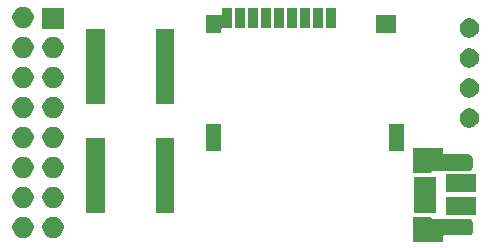
<source format=gbr>
G04 #@! TF.GenerationSoftware,KiCad,Pcbnew,5.1.5+dfsg1-2build2*
G04 #@! TF.CreationDate,2021-07-26T09:56:11+01:00*
G04 #@! TF.ProjectId,picopak,7069636f-7061-46b2-9e6b-696361645f70,rev?*
G04 #@! TF.SameCoordinates,Original*
G04 #@! TF.FileFunction,Soldermask,Top*
G04 #@! TF.FilePolarity,Negative*
%FSLAX46Y46*%
G04 Gerber Fmt 4.6, Leading zero omitted, Abs format (unit mm)*
G04 Created by KiCad (PCBNEW 5.1.5+dfsg1-2build2) date 2021-07-26 09:56:11*
%MOMM*%
%LPD*%
G04 APERTURE LIST*
%ADD10C,0.100000*%
G04 APERTURE END LIST*
D10*
G36*
X205101000Y-87549001D02*
G01*
X205103402Y-87573387D01*
X205110515Y-87596836D01*
X205122066Y-87618447D01*
X205137611Y-87637389D01*
X205156553Y-87652934D01*
X205178164Y-87664485D01*
X205201613Y-87671598D01*
X205225999Y-87674000D01*
X208230868Y-87674000D01*
X208307899Y-87681587D01*
X208376071Y-87702266D01*
X208438896Y-87735847D01*
X208493962Y-87781038D01*
X208539153Y-87836104D01*
X208572734Y-87898929D01*
X208593413Y-87967101D01*
X208601000Y-88044132D01*
X208601000Y-88705868D01*
X208593413Y-88782899D01*
X208572734Y-88851071D01*
X208539153Y-88913896D01*
X208493962Y-88968962D01*
X208438896Y-89014153D01*
X208376071Y-89047734D01*
X208307899Y-89068413D01*
X208230868Y-89076000D01*
X206175999Y-89076000D01*
X206151613Y-89078402D01*
X206128164Y-89085515D01*
X206106553Y-89097066D01*
X206087611Y-89112611D01*
X206072066Y-89131553D01*
X206060515Y-89153164D01*
X206053402Y-89176613D01*
X206051000Y-89200999D01*
X206051000Y-89601000D01*
X203539000Y-89601000D01*
X203539000Y-87499000D01*
X205101000Y-87499000D01*
X205101000Y-87549001D01*
G37*
G36*
X173163512Y-87503927D02*
G01*
X173312812Y-87533624D01*
X173476784Y-87601544D01*
X173624354Y-87700147D01*
X173749853Y-87825646D01*
X173848456Y-87973216D01*
X173916376Y-88137188D01*
X173951000Y-88311259D01*
X173951000Y-88488741D01*
X173916376Y-88662812D01*
X173848456Y-88826784D01*
X173749853Y-88974354D01*
X173624354Y-89099853D01*
X173476784Y-89198456D01*
X173312812Y-89266376D01*
X173163512Y-89296073D01*
X173138742Y-89301000D01*
X172961258Y-89301000D01*
X172936488Y-89296073D01*
X172787188Y-89266376D01*
X172623216Y-89198456D01*
X172475646Y-89099853D01*
X172350147Y-88974354D01*
X172251544Y-88826784D01*
X172183624Y-88662812D01*
X172149000Y-88488741D01*
X172149000Y-88311259D01*
X172183624Y-88137188D01*
X172251544Y-87973216D01*
X172350147Y-87825646D01*
X172475646Y-87700147D01*
X172623216Y-87601544D01*
X172787188Y-87533624D01*
X172936488Y-87503927D01*
X172961258Y-87499000D01*
X173138742Y-87499000D01*
X173163512Y-87503927D01*
G37*
G36*
X170623512Y-87503927D02*
G01*
X170772812Y-87533624D01*
X170936784Y-87601544D01*
X171084354Y-87700147D01*
X171209853Y-87825646D01*
X171308456Y-87973216D01*
X171376376Y-88137188D01*
X171411000Y-88311259D01*
X171411000Y-88488741D01*
X171376376Y-88662812D01*
X171308456Y-88826784D01*
X171209853Y-88974354D01*
X171084354Y-89099853D01*
X170936784Y-89198456D01*
X170772812Y-89266376D01*
X170623512Y-89296073D01*
X170598742Y-89301000D01*
X170421258Y-89301000D01*
X170396488Y-89296073D01*
X170247188Y-89266376D01*
X170083216Y-89198456D01*
X169935646Y-89099853D01*
X169810147Y-88974354D01*
X169711544Y-88826784D01*
X169643624Y-88662812D01*
X169609000Y-88488741D01*
X169609000Y-88311259D01*
X169643624Y-88137188D01*
X169711544Y-87973216D01*
X169810147Y-87825646D01*
X169935646Y-87700147D01*
X170083216Y-87601544D01*
X170247188Y-87533624D01*
X170396488Y-87503927D01*
X170421258Y-87499000D01*
X170598742Y-87499000D01*
X170623512Y-87503927D01*
G37*
G36*
X208901000Y-87376000D02*
G01*
X206299000Y-87376000D01*
X206299000Y-85849000D01*
X208901000Y-85849000D01*
X208901000Y-87376000D01*
G37*
G36*
X177426000Y-87201000D02*
G01*
X175874000Y-87201000D01*
X175874000Y-80799000D01*
X177426000Y-80799000D01*
X177426000Y-87201000D01*
G37*
G36*
X183326000Y-87201000D02*
G01*
X181774000Y-87201000D01*
X181774000Y-80799000D01*
X183326000Y-80799000D01*
X183326000Y-87201000D01*
G37*
G36*
X205451000Y-87201000D02*
G01*
X203599000Y-87201000D01*
X203599000Y-84099000D01*
X205451000Y-84099000D01*
X205451000Y-87201000D01*
G37*
G36*
X173163512Y-84963927D02*
G01*
X173312812Y-84993624D01*
X173476784Y-85061544D01*
X173624354Y-85160147D01*
X173749853Y-85285646D01*
X173848456Y-85433216D01*
X173916376Y-85597188D01*
X173951000Y-85771259D01*
X173951000Y-85948741D01*
X173916376Y-86122812D01*
X173848456Y-86286784D01*
X173749853Y-86434354D01*
X173624354Y-86559853D01*
X173476784Y-86658456D01*
X173312812Y-86726376D01*
X173163512Y-86756073D01*
X173138742Y-86761000D01*
X172961258Y-86761000D01*
X172936488Y-86756073D01*
X172787188Y-86726376D01*
X172623216Y-86658456D01*
X172475646Y-86559853D01*
X172350147Y-86434354D01*
X172251544Y-86286784D01*
X172183624Y-86122812D01*
X172149000Y-85948741D01*
X172149000Y-85771259D01*
X172183624Y-85597188D01*
X172251544Y-85433216D01*
X172350147Y-85285646D01*
X172475646Y-85160147D01*
X172623216Y-85061544D01*
X172787188Y-84993624D01*
X172936488Y-84963927D01*
X172961258Y-84959000D01*
X173138742Y-84959000D01*
X173163512Y-84963927D01*
G37*
G36*
X170623512Y-84963927D02*
G01*
X170772812Y-84993624D01*
X170936784Y-85061544D01*
X171084354Y-85160147D01*
X171209853Y-85285646D01*
X171308456Y-85433216D01*
X171376376Y-85597188D01*
X171411000Y-85771259D01*
X171411000Y-85948741D01*
X171376376Y-86122812D01*
X171308456Y-86286784D01*
X171209853Y-86434354D01*
X171084354Y-86559853D01*
X170936784Y-86658456D01*
X170772812Y-86726376D01*
X170623512Y-86756073D01*
X170598742Y-86761000D01*
X170421258Y-86761000D01*
X170396488Y-86756073D01*
X170247188Y-86726376D01*
X170083216Y-86658456D01*
X169935646Y-86559853D01*
X169810147Y-86434354D01*
X169711544Y-86286784D01*
X169643624Y-86122812D01*
X169609000Y-85948741D01*
X169609000Y-85771259D01*
X169643624Y-85597188D01*
X169711544Y-85433216D01*
X169810147Y-85285646D01*
X169935646Y-85160147D01*
X170083216Y-85061544D01*
X170247188Y-84993624D01*
X170396488Y-84963927D01*
X170421258Y-84959000D01*
X170598742Y-84959000D01*
X170623512Y-84963927D01*
G37*
G36*
X208901000Y-85451000D02*
G01*
X206299000Y-85451000D01*
X206299000Y-83924000D01*
X208901000Y-83924000D01*
X208901000Y-85451000D01*
G37*
G36*
X170623512Y-82423927D02*
G01*
X170772812Y-82453624D01*
X170936784Y-82521544D01*
X171084354Y-82620147D01*
X171209853Y-82745646D01*
X171308456Y-82893216D01*
X171376376Y-83057188D01*
X171411000Y-83231259D01*
X171411000Y-83408741D01*
X171376376Y-83582812D01*
X171308456Y-83746784D01*
X171209853Y-83894354D01*
X171084354Y-84019853D01*
X170936784Y-84118456D01*
X170772812Y-84186376D01*
X170623512Y-84216073D01*
X170598742Y-84221000D01*
X170421258Y-84221000D01*
X170396488Y-84216073D01*
X170247188Y-84186376D01*
X170083216Y-84118456D01*
X169935646Y-84019853D01*
X169810147Y-83894354D01*
X169711544Y-83746784D01*
X169643624Y-83582812D01*
X169609000Y-83408741D01*
X169609000Y-83231259D01*
X169643624Y-83057188D01*
X169711544Y-82893216D01*
X169810147Y-82745646D01*
X169935646Y-82620147D01*
X170083216Y-82521544D01*
X170247188Y-82453624D01*
X170396488Y-82423927D01*
X170421258Y-82419000D01*
X170598742Y-82419000D01*
X170623512Y-82423927D01*
G37*
G36*
X173163512Y-82423927D02*
G01*
X173312812Y-82453624D01*
X173476784Y-82521544D01*
X173624354Y-82620147D01*
X173749853Y-82745646D01*
X173848456Y-82893216D01*
X173916376Y-83057188D01*
X173951000Y-83231259D01*
X173951000Y-83408741D01*
X173916376Y-83582812D01*
X173848456Y-83746784D01*
X173749853Y-83894354D01*
X173624354Y-84019853D01*
X173476784Y-84118456D01*
X173312812Y-84186376D01*
X173163512Y-84216073D01*
X173138742Y-84221000D01*
X172961258Y-84221000D01*
X172936488Y-84216073D01*
X172787188Y-84186376D01*
X172623216Y-84118456D01*
X172475646Y-84019853D01*
X172350147Y-83894354D01*
X172251544Y-83746784D01*
X172183624Y-83582812D01*
X172149000Y-83408741D01*
X172149000Y-83231259D01*
X172183624Y-83057188D01*
X172251544Y-82893216D01*
X172350147Y-82745646D01*
X172475646Y-82620147D01*
X172623216Y-82521544D01*
X172787188Y-82453624D01*
X172936488Y-82423927D01*
X172961258Y-82419000D01*
X173138742Y-82419000D01*
X173163512Y-82423927D01*
G37*
G36*
X206051000Y-82099001D02*
G01*
X206053402Y-82123387D01*
X206060515Y-82146836D01*
X206072066Y-82168447D01*
X206087611Y-82187389D01*
X206106553Y-82202934D01*
X206128164Y-82214485D01*
X206151613Y-82221598D01*
X206175999Y-82224000D01*
X208230868Y-82224000D01*
X208307899Y-82231587D01*
X208376071Y-82252266D01*
X208438896Y-82285847D01*
X208493962Y-82331038D01*
X208539153Y-82386104D01*
X208572734Y-82448929D01*
X208593413Y-82517101D01*
X208601000Y-82594132D01*
X208601000Y-83255868D01*
X208593413Y-83332899D01*
X208572734Y-83401071D01*
X208539153Y-83463896D01*
X208493962Y-83518962D01*
X208438896Y-83564153D01*
X208376071Y-83597734D01*
X208307899Y-83618413D01*
X208230868Y-83626000D01*
X205225999Y-83626000D01*
X205201613Y-83628402D01*
X205178164Y-83635515D01*
X205156553Y-83647066D01*
X205137611Y-83662611D01*
X205122066Y-83681553D01*
X205110515Y-83703164D01*
X205103402Y-83726613D01*
X205101000Y-83750999D01*
X205101000Y-83801000D01*
X203539000Y-83801000D01*
X203539000Y-81699000D01*
X206051000Y-81699000D01*
X206051000Y-82099001D01*
G37*
G36*
X187301000Y-81951000D02*
G01*
X185999000Y-81951000D01*
X185999000Y-79649000D01*
X187301000Y-79649000D01*
X187301000Y-81951000D01*
G37*
G36*
X202801000Y-81951000D02*
G01*
X201499000Y-81951000D01*
X201499000Y-79649000D01*
X202801000Y-79649000D01*
X202801000Y-81951000D01*
G37*
G36*
X173163512Y-79883927D02*
G01*
X173312812Y-79913624D01*
X173476784Y-79981544D01*
X173624354Y-80080147D01*
X173749853Y-80205646D01*
X173848456Y-80353216D01*
X173916376Y-80517188D01*
X173951000Y-80691259D01*
X173951000Y-80868741D01*
X173916376Y-81042812D01*
X173848456Y-81206784D01*
X173749853Y-81354354D01*
X173624354Y-81479853D01*
X173476784Y-81578456D01*
X173312812Y-81646376D01*
X173163512Y-81676073D01*
X173138742Y-81681000D01*
X172961258Y-81681000D01*
X172936488Y-81676073D01*
X172787188Y-81646376D01*
X172623216Y-81578456D01*
X172475646Y-81479853D01*
X172350147Y-81354354D01*
X172251544Y-81206784D01*
X172183624Y-81042812D01*
X172149000Y-80868741D01*
X172149000Y-80691259D01*
X172183624Y-80517188D01*
X172251544Y-80353216D01*
X172350147Y-80205646D01*
X172475646Y-80080147D01*
X172623216Y-79981544D01*
X172787188Y-79913624D01*
X172936488Y-79883927D01*
X172961258Y-79879000D01*
X173138742Y-79879000D01*
X173163512Y-79883927D01*
G37*
G36*
X170623512Y-79883927D02*
G01*
X170772812Y-79913624D01*
X170936784Y-79981544D01*
X171084354Y-80080147D01*
X171209853Y-80205646D01*
X171308456Y-80353216D01*
X171376376Y-80517188D01*
X171411000Y-80691259D01*
X171411000Y-80868741D01*
X171376376Y-81042812D01*
X171308456Y-81206784D01*
X171209853Y-81354354D01*
X171084354Y-81479853D01*
X170936784Y-81578456D01*
X170772812Y-81646376D01*
X170623512Y-81676073D01*
X170598742Y-81681000D01*
X170421258Y-81681000D01*
X170396488Y-81676073D01*
X170247188Y-81646376D01*
X170083216Y-81578456D01*
X169935646Y-81479853D01*
X169810147Y-81354354D01*
X169711544Y-81206784D01*
X169643624Y-81042812D01*
X169609000Y-80868741D01*
X169609000Y-80691259D01*
X169643624Y-80517188D01*
X169711544Y-80353216D01*
X169810147Y-80205646D01*
X169935646Y-80080147D01*
X170083216Y-79981544D01*
X170247188Y-79913624D01*
X170396488Y-79883927D01*
X170421258Y-79879000D01*
X170598742Y-79879000D01*
X170623512Y-79883927D01*
G37*
G36*
X208537142Y-78363242D02*
G01*
X208685101Y-78424529D01*
X208818255Y-78513499D01*
X208931501Y-78626745D01*
X209020471Y-78759899D01*
X209081758Y-78907858D01*
X209113000Y-79064925D01*
X209113000Y-79225075D01*
X209081758Y-79382142D01*
X209020471Y-79530101D01*
X208931501Y-79663255D01*
X208818255Y-79776501D01*
X208685101Y-79865471D01*
X208537142Y-79926758D01*
X208380075Y-79958000D01*
X208219925Y-79958000D01*
X208062858Y-79926758D01*
X207914899Y-79865471D01*
X207781745Y-79776501D01*
X207668499Y-79663255D01*
X207579529Y-79530101D01*
X207518242Y-79382142D01*
X207487000Y-79225075D01*
X207487000Y-79064925D01*
X207518242Y-78907858D01*
X207579529Y-78759899D01*
X207668499Y-78626745D01*
X207781745Y-78513499D01*
X207914899Y-78424529D01*
X208062858Y-78363242D01*
X208219925Y-78332000D01*
X208380075Y-78332000D01*
X208537142Y-78363242D01*
G37*
G36*
X173163512Y-77343927D02*
G01*
X173312812Y-77373624D01*
X173476784Y-77441544D01*
X173624354Y-77540147D01*
X173749853Y-77665646D01*
X173848456Y-77813216D01*
X173916376Y-77977188D01*
X173951000Y-78151259D01*
X173951000Y-78328741D01*
X173916376Y-78502812D01*
X173848456Y-78666784D01*
X173749853Y-78814354D01*
X173624354Y-78939853D01*
X173476784Y-79038456D01*
X173312812Y-79106376D01*
X173163512Y-79136073D01*
X173138742Y-79141000D01*
X172961258Y-79141000D01*
X172936488Y-79136073D01*
X172787188Y-79106376D01*
X172623216Y-79038456D01*
X172475646Y-78939853D01*
X172350147Y-78814354D01*
X172251544Y-78666784D01*
X172183624Y-78502812D01*
X172149000Y-78328741D01*
X172149000Y-78151259D01*
X172183624Y-77977188D01*
X172251544Y-77813216D01*
X172350147Y-77665646D01*
X172475646Y-77540147D01*
X172623216Y-77441544D01*
X172787188Y-77373624D01*
X172936488Y-77343927D01*
X172961258Y-77339000D01*
X173138742Y-77339000D01*
X173163512Y-77343927D01*
G37*
G36*
X170623512Y-77343927D02*
G01*
X170772812Y-77373624D01*
X170936784Y-77441544D01*
X171084354Y-77540147D01*
X171209853Y-77665646D01*
X171308456Y-77813216D01*
X171376376Y-77977188D01*
X171411000Y-78151259D01*
X171411000Y-78328741D01*
X171376376Y-78502812D01*
X171308456Y-78666784D01*
X171209853Y-78814354D01*
X171084354Y-78939853D01*
X170936784Y-79038456D01*
X170772812Y-79106376D01*
X170623512Y-79136073D01*
X170598742Y-79141000D01*
X170421258Y-79141000D01*
X170396488Y-79136073D01*
X170247188Y-79106376D01*
X170083216Y-79038456D01*
X169935646Y-78939853D01*
X169810147Y-78814354D01*
X169711544Y-78666784D01*
X169643624Y-78502812D01*
X169609000Y-78328741D01*
X169609000Y-78151259D01*
X169643624Y-77977188D01*
X169711544Y-77813216D01*
X169810147Y-77665646D01*
X169935646Y-77540147D01*
X170083216Y-77441544D01*
X170247188Y-77373624D01*
X170396488Y-77343927D01*
X170421258Y-77339000D01*
X170598742Y-77339000D01*
X170623512Y-77343927D01*
G37*
G36*
X183326000Y-78001000D02*
G01*
X181774000Y-78001000D01*
X181774000Y-71599000D01*
X183326000Y-71599000D01*
X183326000Y-78001000D01*
G37*
G36*
X177426000Y-78001000D02*
G01*
X175874000Y-78001000D01*
X175874000Y-71599000D01*
X177426000Y-71599000D01*
X177426000Y-78001000D01*
G37*
G36*
X208537142Y-75823242D02*
G01*
X208685101Y-75884529D01*
X208818255Y-75973499D01*
X208931501Y-76086745D01*
X209020471Y-76219899D01*
X209081758Y-76367858D01*
X209113000Y-76524925D01*
X209113000Y-76685075D01*
X209081758Y-76842142D01*
X209020471Y-76990101D01*
X208931501Y-77123255D01*
X208818255Y-77236501D01*
X208685101Y-77325471D01*
X208537142Y-77386758D01*
X208380075Y-77418000D01*
X208219925Y-77418000D01*
X208062858Y-77386758D01*
X207914899Y-77325471D01*
X207781745Y-77236501D01*
X207668499Y-77123255D01*
X207579529Y-76990101D01*
X207518242Y-76842142D01*
X207487000Y-76685075D01*
X207487000Y-76524925D01*
X207518242Y-76367858D01*
X207579529Y-76219899D01*
X207668499Y-76086745D01*
X207781745Y-75973499D01*
X207914899Y-75884529D01*
X208062858Y-75823242D01*
X208219925Y-75792000D01*
X208380075Y-75792000D01*
X208537142Y-75823242D01*
G37*
G36*
X173163512Y-74803927D02*
G01*
X173312812Y-74833624D01*
X173476784Y-74901544D01*
X173624354Y-75000147D01*
X173749853Y-75125646D01*
X173848456Y-75273216D01*
X173916376Y-75437188D01*
X173951000Y-75611259D01*
X173951000Y-75788741D01*
X173916376Y-75962812D01*
X173848456Y-76126784D01*
X173749853Y-76274354D01*
X173624354Y-76399853D01*
X173476784Y-76498456D01*
X173312812Y-76566376D01*
X173163512Y-76596073D01*
X173138742Y-76601000D01*
X172961258Y-76601000D01*
X172936488Y-76596073D01*
X172787188Y-76566376D01*
X172623216Y-76498456D01*
X172475646Y-76399853D01*
X172350147Y-76274354D01*
X172251544Y-76126784D01*
X172183624Y-75962812D01*
X172149000Y-75788741D01*
X172149000Y-75611259D01*
X172183624Y-75437188D01*
X172251544Y-75273216D01*
X172350147Y-75125646D01*
X172475646Y-75000147D01*
X172623216Y-74901544D01*
X172787188Y-74833624D01*
X172936488Y-74803927D01*
X172961258Y-74799000D01*
X173138742Y-74799000D01*
X173163512Y-74803927D01*
G37*
G36*
X170623512Y-74803927D02*
G01*
X170772812Y-74833624D01*
X170936784Y-74901544D01*
X171084354Y-75000147D01*
X171209853Y-75125646D01*
X171308456Y-75273216D01*
X171376376Y-75437188D01*
X171411000Y-75611259D01*
X171411000Y-75788741D01*
X171376376Y-75962812D01*
X171308456Y-76126784D01*
X171209853Y-76274354D01*
X171084354Y-76399853D01*
X170936784Y-76498456D01*
X170772812Y-76566376D01*
X170623512Y-76596073D01*
X170598742Y-76601000D01*
X170421258Y-76601000D01*
X170396488Y-76596073D01*
X170247188Y-76566376D01*
X170083216Y-76498456D01*
X169935646Y-76399853D01*
X169810147Y-76274354D01*
X169711544Y-76126784D01*
X169643624Y-75962812D01*
X169609000Y-75788741D01*
X169609000Y-75611259D01*
X169643624Y-75437188D01*
X169711544Y-75273216D01*
X169810147Y-75125646D01*
X169935646Y-75000147D01*
X170083216Y-74901544D01*
X170247188Y-74833624D01*
X170396488Y-74803927D01*
X170421258Y-74799000D01*
X170598742Y-74799000D01*
X170623512Y-74803927D01*
G37*
G36*
X208537142Y-73283242D02*
G01*
X208685101Y-73344529D01*
X208818255Y-73433499D01*
X208931501Y-73546745D01*
X209020471Y-73679899D01*
X209081758Y-73827858D01*
X209113000Y-73984925D01*
X209113000Y-74145075D01*
X209081758Y-74302142D01*
X209020471Y-74450101D01*
X208931501Y-74583255D01*
X208818255Y-74696501D01*
X208685101Y-74785471D01*
X208537142Y-74846758D01*
X208380075Y-74878000D01*
X208219925Y-74878000D01*
X208062858Y-74846758D01*
X207914899Y-74785471D01*
X207781745Y-74696501D01*
X207668499Y-74583255D01*
X207579529Y-74450101D01*
X207518242Y-74302142D01*
X207487000Y-74145075D01*
X207487000Y-73984925D01*
X207518242Y-73827858D01*
X207579529Y-73679899D01*
X207668499Y-73546745D01*
X207781745Y-73433499D01*
X207914899Y-73344529D01*
X208062858Y-73283242D01*
X208219925Y-73252000D01*
X208380075Y-73252000D01*
X208537142Y-73283242D01*
G37*
G36*
X173163512Y-72263927D02*
G01*
X173312812Y-72293624D01*
X173476784Y-72361544D01*
X173624354Y-72460147D01*
X173749853Y-72585646D01*
X173848456Y-72733216D01*
X173916376Y-72897188D01*
X173951000Y-73071259D01*
X173951000Y-73248741D01*
X173916376Y-73422812D01*
X173848456Y-73586784D01*
X173749853Y-73734354D01*
X173624354Y-73859853D01*
X173476784Y-73958456D01*
X173312812Y-74026376D01*
X173163512Y-74056073D01*
X173138742Y-74061000D01*
X172961258Y-74061000D01*
X172936488Y-74056073D01*
X172787188Y-74026376D01*
X172623216Y-73958456D01*
X172475646Y-73859853D01*
X172350147Y-73734354D01*
X172251544Y-73586784D01*
X172183624Y-73422812D01*
X172149000Y-73248741D01*
X172149000Y-73071259D01*
X172183624Y-72897188D01*
X172251544Y-72733216D01*
X172350147Y-72585646D01*
X172475646Y-72460147D01*
X172623216Y-72361544D01*
X172787188Y-72293624D01*
X172936488Y-72263927D01*
X172961258Y-72259000D01*
X173138742Y-72259000D01*
X173163512Y-72263927D01*
G37*
G36*
X170623512Y-72263927D02*
G01*
X170772812Y-72293624D01*
X170936784Y-72361544D01*
X171084354Y-72460147D01*
X171209853Y-72585646D01*
X171308456Y-72733216D01*
X171376376Y-72897188D01*
X171411000Y-73071259D01*
X171411000Y-73248741D01*
X171376376Y-73422812D01*
X171308456Y-73586784D01*
X171209853Y-73734354D01*
X171084354Y-73859853D01*
X170936784Y-73958456D01*
X170772812Y-74026376D01*
X170623512Y-74056073D01*
X170598742Y-74061000D01*
X170421258Y-74061000D01*
X170396488Y-74056073D01*
X170247188Y-74026376D01*
X170083216Y-73958456D01*
X169935646Y-73859853D01*
X169810147Y-73734354D01*
X169711544Y-73586784D01*
X169643624Y-73422812D01*
X169609000Y-73248741D01*
X169609000Y-73071259D01*
X169643624Y-72897188D01*
X169711544Y-72733216D01*
X169810147Y-72585646D01*
X169935646Y-72460147D01*
X170083216Y-72361544D01*
X170247188Y-72293624D01*
X170396488Y-72263927D01*
X170421258Y-72259000D01*
X170598742Y-72259000D01*
X170623512Y-72263927D01*
G37*
G36*
X208537142Y-70743242D02*
G01*
X208685101Y-70804529D01*
X208818255Y-70893499D01*
X208931501Y-71006745D01*
X209020471Y-71139899D01*
X209081758Y-71287858D01*
X209113000Y-71444925D01*
X209113000Y-71605075D01*
X209081758Y-71762142D01*
X209020471Y-71910101D01*
X208931501Y-72043255D01*
X208818255Y-72156501D01*
X208685101Y-72245471D01*
X208537142Y-72306758D01*
X208380075Y-72338000D01*
X208219925Y-72338000D01*
X208062858Y-72306758D01*
X207914899Y-72245471D01*
X207781745Y-72156501D01*
X207668499Y-72043255D01*
X207579529Y-71910101D01*
X207518242Y-71762142D01*
X207487000Y-71605075D01*
X207487000Y-71444925D01*
X207518242Y-71287858D01*
X207579529Y-71139899D01*
X207668499Y-71006745D01*
X207781745Y-70893499D01*
X207914899Y-70804529D01*
X208062858Y-70743242D01*
X208219925Y-70712000D01*
X208380075Y-70712000D01*
X208537142Y-70743242D01*
G37*
G36*
X202101000Y-71951000D02*
G01*
X200399000Y-71951000D01*
X200399000Y-70449000D01*
X202101000Y-70449000D01*
X202101000Y-71951000D01*
G37*
G36*
X188201000Y-71551000D02*
G01*
X187425999Y-71551000D01*
X187401613Y-71553402D01*
X187378164Y-71560515D01*
X187356553Y-71572066D01*
X187337611Y-71587611D01*
X187322066Y-71606553D01*
X187310515Y-71628164D01*
X187303402Y-71651613D01*
X187301000Y-71675999D01*
X187301000Y-71951000D01*
X185999000Y-71951000D01*
X185999000Y-70449000D01*
X187274001Y-70449000D01*
X187298387Y-70446598D01*
X187321836Y-70439485D01*
X187343447Y-70427934D01*
X187362389Y-70412389D01*
X187377934Y-70393447D01*
X187389485Y-70371836D01*
X187396598Y-70348387D01*
X187399000Y-70324001D01*
X187399000Y-69849000D01*
X188201000Y-69849000D01*
X188201000Y-71551000D01*
G37*
G36*
X173951000Y-71601000D02*
G01*
X172149000Y-71601000D01*
X172149000Y-69799000D01*
X173951000Y-69799000D01*
X173951000Y-71601000D01*
G37*
G36*
X190401000Y-71551000D02*
G01*
X189599000Y-71551000D01*
X189599000Y-69849000D01*
X190401000Y-69849000D01*
X190401000Y-71551000D01*
G37*
G36*
X197001000Y-71551000D02*
G01*
X196199000Y-71551000D01*
X196199000Y-69849000D01*
X197001000Y-69849000D01*
X197001000Y-71551000D01*
G37*
G36*
X195901000Y-71551000D02*
G01*
X195099000Y-71551000D01*
X195099000Y-69849000D01*
X195901000Y-69849000D01*
X195901000Y-71551000D01*
G37*
G36*
X194801000Y-71551000D02*
G01*
X193999000Y-71551000D01*
X193999000Y-69849000D01*
X194801000Y-69849000D01*
X194801000Y-71551000D01*
G37*
G36*
X193701000Y-71551000D02*
G01*
X192899000Y-71551000D01*
X192899000Y-69849000D01*
X193701000Y-69849000D01*
X193701000Y-71551000D01*
G37*
G36*
X192601000Y-71551000D02*
G01*
X191799000Y-71551000D01*
X191799000Y-69849000D01*
X192601000Y-69849000D01*
X192601000Y-71551000D01*
G37*
G36*
X191501000Y-71551000D02*
G01*
X190699000Y-71551000D01*
X190699000Y-69849000D01*
X191501000Y-69849000D01*
X191501000Y-71551000D01*
G37*
G36*
X189301000Y-71551000D02*
G01*
X188499000Y-71551000D01*
X188499000Y-69849000D01*
X189301000Y-69849000D01*
X189301000Y-71551000D01*
G37*
G36*
X170623512Y-69723927D02*
G01*
X170772812Y-69753624D01*
X170936784Y-69821544D01*
X171084354Y-69920147D01*
X171209853Y-70045646D01*
X171308456Y-70193216D01*
X171376376Y-70357188D01*
X171411000Y-70531259D01*
X171411000Y-70708741D01*
X171376376Y-70882812D01*
X171308456Y-71046784D01*
X171209853Y-71194354D01*
X171084354Y-71319853D01*
X170936784Y-71418456D01*
X170772812Y-71486376D01*
X170623512Y-71516073D01*
X170598742Y-71521000D01*
X170421258Y-71521000D01*
X170396488Y-71516073D01*
X170247188Y-71486376D01*
X170083216Y-71418456D01*
X169935646Y-71319853D01*
X169810147Y-71194354D01*
X169711544Y-71046784D01*
X169643624Y-70882812D01*
X169609000Y-70708741D01*
X169609000Y-70531259D01*
X169643624Y-70357188D01*
X169711544Y-70193216D01*
X169810147Y-70045646D01*
X169935646Y-69920147D01*
X170083216Y-69821544D01*
X170247188Y-69753624D01*
X170396488Y-69723927D01*
X170421258Y-69719000D01*
X170598742Y-69719000D01*
X170623512Y-69723927D01*
G37*
M02*

</source>
